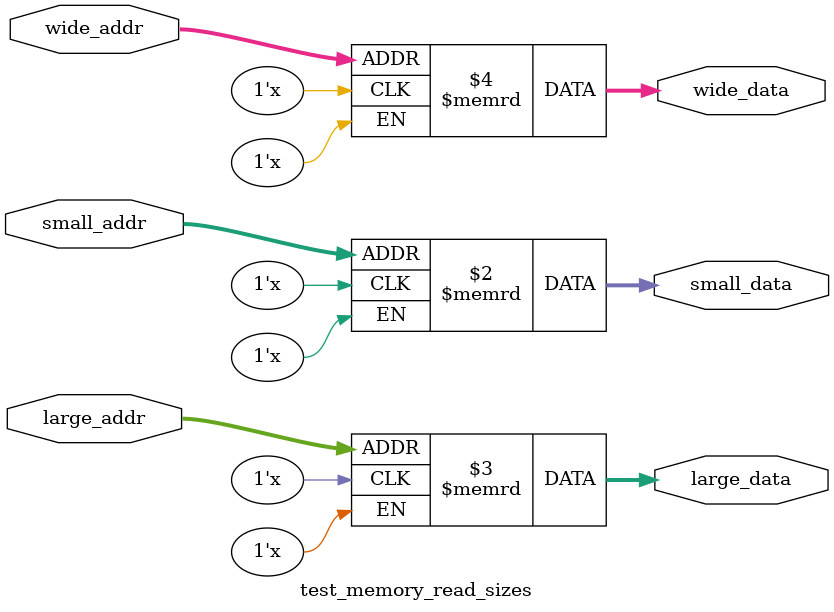
<source format=v>
module test_memory_read(
    input [7:0] rd_addr1,
    input [7:0] rd_addr2,
    input [7:0] rd_addr3,
    output reg [7:0] rd_data1,
    output reg [7:0] rd_data2,
    output reg [7:0] rd_data3
);
    // Memory array
    reg [7:0] mem [0:255];

    // Multiple combinational reads from same memory
    always @(*) begin
        rd_data1 = mem[rd_addr1];
        rd_data2 = mem[rd_addr2];
        rd_data3 = mem[rd_addr3];
    end
endmodule

// Test synchronous memory read (registered output)
module test_memory_read_sync(
    input clk,
    input [7:0] rd_addr,
    output reg [7:0] rd_data
);
    reg [7:0] mem [0:255];

    // Synchronous read - data appears on next clock
    always @(posedge clk) begin
        rd_data <= mem[rd_addr];
    end
endmodule

// Test memory read with different array sizes
module test_memory_read_sizes(
    input [3:0] small_addr,
    input [9:0] large_addr,
    input [4:0] wide_addr,
    output reg [7:0] small_data,
    output reg [7:0] large_data,
    output reg [15:0] wide_data
);
    reg [7:0] small_mem [0:15];      // 16 entries
    reg [7:0] large_mem [0:1023];    // 1024 entries
    reg [15:0] wide_mem [0:31];      // 32 entries, 16-bit wide

    always @(*) begin
        small_data = small_mem[small_addr];
        large_data = large_mem[large_addr];
        wide_data = wide_mem[wide_addr];
    end
endmodule

</source>
